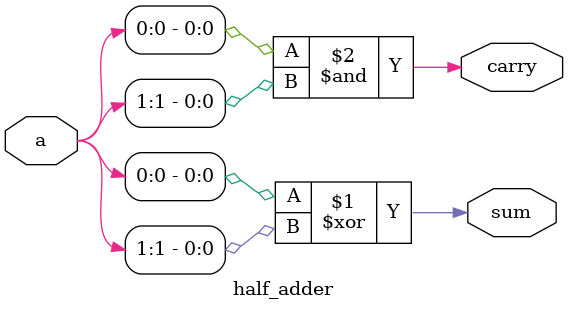
<source format=v>
`timescale 1ns / 1ps

module half_adder( input [1:0]a, output sum, carry );
    
  /* gate level  
    xor m1(sum,a[0],a[1]);
    and m2(carry,a[0],a[1]); */
    
    // Data flow level
    
    assign sum = a[0] ^ a[1];
    assign carry = a[0] & a[1];
    
endmodule

</source>
